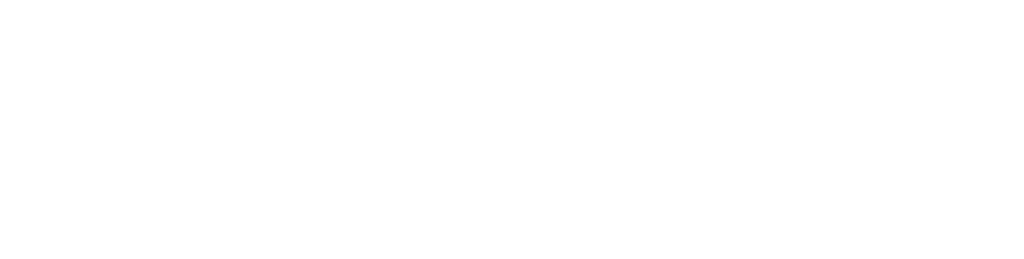
<source format=kicad_pcb>
(kicad_pcb (version 20171130) (host pcbnew "(5.0.1)-3")

  (general
    (thickness 1.6)
    (drawings 26)
    (tracks 0)
    (zones 0)
    (modules 0)
    (nets 1)
  )

  (page A4)
  (layers
    (0 F.Cu signal)
    (31 B.Cu signal)
    (32 B.Adhes user)
    (33 F.Adhes user)
    (34 B.Paste user)
    (35 F.Paste user)
    (36 B.SilkS user)
    (37 F.SilkS user)
    (38 B.Mask user)
    (39 F.Mask user)
    (40 Dwgs.User user)
    (41 Cmts.User user)
    (42 Eco1.User user)
    (43 Eco2.User user)
    (44 Edge.Cuts user)
    (45 Margin user)
    (46 B.CrtYd user)
    (47 F.CrtYd user)
    (48 B.Fab user)
    (49 F.Fab user)
  )

  (setup
    (last_trace_width 0.25)
    (trace_clearance 0.2)
    (zone_clearance 0.508)
    (zone_45_only no)
    (trace_min 0.2)
    (segment_width 0.2)
    (edge_width 0.15)
    (via_size 0.8)
    (via_drill 0.4)
    (via_min_size 0.4)
    (via_min_drill 0.3)
    (uvia_size 0.3)
    (uvia_drill 0.1)
    (uvias_allowed no)
    (uvia_min_size 0.2)
    (uvia_min_drill 0.1)
    (pcb_text_width 0.3)
    (pcb_text_size 1.5 1.5)
    (mod_edge_width 0.15)
    (mod_text_size 1 1)
    (mod_text_width 0.15)
    (pad_size 1.524 1.524)
    (pad_drill 0.762)
    (pad_to_mask_clearance 0.051)
    (solder_mask_min_width 0.25)
    (aux_axis_origin 0 0)
    (visible_elements FFFFFF7F)
    (pcbplotparams
      (layerselection 0x010fc_ffffffff)
      (usegerberextensions false)
      (usegerberattributes false)
      (usegerberadvancedattributes false)
      (creategerberjobfile false)
      (excludeedgelayer true)
      (linewidth 0.100000)
      (plotframeref false)
      (viasonmask false)
      (mode 1)
      (useauxorigin false)
      (hpglpennumber 1)
      (hpglpenspeed 20)
      (hpglpendiameter 15.000000)
      (psnegative false)
      (psa4output false)
      (plotreference true)
      (plotvalue true)
      (plotinvisibletext false)
      (padsonsilk false)
      (subtractmaskfromsilk false)
      (outputformat 1)
      (mirror false)
      (drillshape 1)
      (scaleselection 1)
      (outputdirectory ""))
  )

  (net 0 "")

  (net_class Default "This is the default net class."
    (clearance 0.2)
    (trace_width 0.25)
    (via_dia 0.8)
    (via_drill 0.4)
    (uvia_dia 0.3)
    (uvia_drill 0.1)
  )

  (gr_arc (start 90.322012 103.139812) (end 84.619807 112.371256) (angle 19.47192812) (layer Dwgs.User) (width 0.2))
  (gr_arc (start 88.272861 106.457234) (end 93.242009 111.3181) (angle 77.33448463) (layer Dwgs.User) (width 0.2))
  (gr_arc (start 153.64942 170.409171) (end 93.242009 111.3181) (angle 8.320359379) (layer Dwgs.User) (width 0.2))
  (gr_line (start 204.735623 89.98695) (end 204.726443 89.988232) (layer Dwgs.User) (width 0.2))
  (gr_arc (start 140.31158 79.960182) (end 143.125026 100.089858) (angle 27.55190151) (layer Dwgs.User) (width 0.2))
  (gr_arc (start 121.531408 128.264674) (end 102.428771 103.198643) (angle 59.62026988) (layer Dwgs.User) (width 0.2))
  (gr_line (start 204.726443 89.988232) (end 143.125026 100.089858) (layer Dwgs.User) (width 0.2))
  (gr_arc (start 135.211587 180.544331) (end 82.399955 106.117876) (angle 24.79562426) (layer Dwgs.User) (width 0.2))
  (gr_arc (start 139.967782 83.333395) (end 143.125026 100.089858) (angle 32.9800478) (layer Dwgs.User) (width 0.2))
  (gr_line (start 209.781502 89.981377) (end 204.735623 89.98695) (layer Dwgs.User) (width 0.2))
  (gr_arc (start 83.9343 108.2802) (end 81.282912 108.2802) (angle 54.64119489) (layer Dwgs.User) (width 0.2))
  (gr_arc (start 244.329371 810.645707) (end 118.481857 90.830999) (angle 6.809710129) (layer Dwgs.User) (width 0.2))
  (gr_arc (start 135.211587 180.544331) (end 82.399955 106.117876) (angle 24.79562426) (layer Dwgs.User) (width 0.2))
  (gr_line (start 209.771563 80.981383) (end 209.781502 89.981377) (layer Dwgs.User) (width 0.2))
  (gr_arc (start 244.329371 810.645707) (end 118.481857 90.830999) (angle 6.809710129) (layer Dwgs.User) (width 0.2))
  (gr_line (start 81.282912 108.2802) (end 81.582912 108.2802) (layer Dwgs.User) (width 0.2))
  (gr_arc (start 83.9343 108.2802) (end 81.868689 109.942461) (angle 38.82472094) (layer Dwgs.User) (width 0.2))
  (gr_arc (start 88.272861 106.457234) (end 93.242009 111.3181) (angle 77.33448465) (layer Dwgs.User) (width 0.2))
  (gr_line (start 204.719706 80.986962) (end 209.771563 80.981383) (layer Dwgs.User) (width 0.2))
  (gr_line (start 204.735623 89.98695) (end 209.781502 89.981377) (layer Dwgs.User) (width 0.2))
  (gr_line (start 209.771563 80.981383) (end 204.719706 80.986962) (layer Dwgs.User) (width 0.2))
  (gr_arc (start 140.31158 79.960182) (end 143.125026 100.089858) (angle 27.55190151) (layer Dwgs.User) (width 0.2))
  (gr_arc (start 387.009748 1394.461305) (end 143.125026 100.089858) (angle 2.715699524) (layer Dwgs.User) (width 0.2))
  (gr_line (start 209.781502 89.981377) (end 209.771563 80.981383) (layer Dwgs.User) (width 0.2))
  (gr_arc (start 121.531408 128.264674) (end 102.428771 103.198643) (angle 59.62026987) (layer Dwgs.User) (width 0.2))
  (gr_arc (start 83.9343 108.2802) (end 81.868689 109.942461) (angle 93.46591588) (layer Dwgs.User) (width 0.2))

)

</source>
